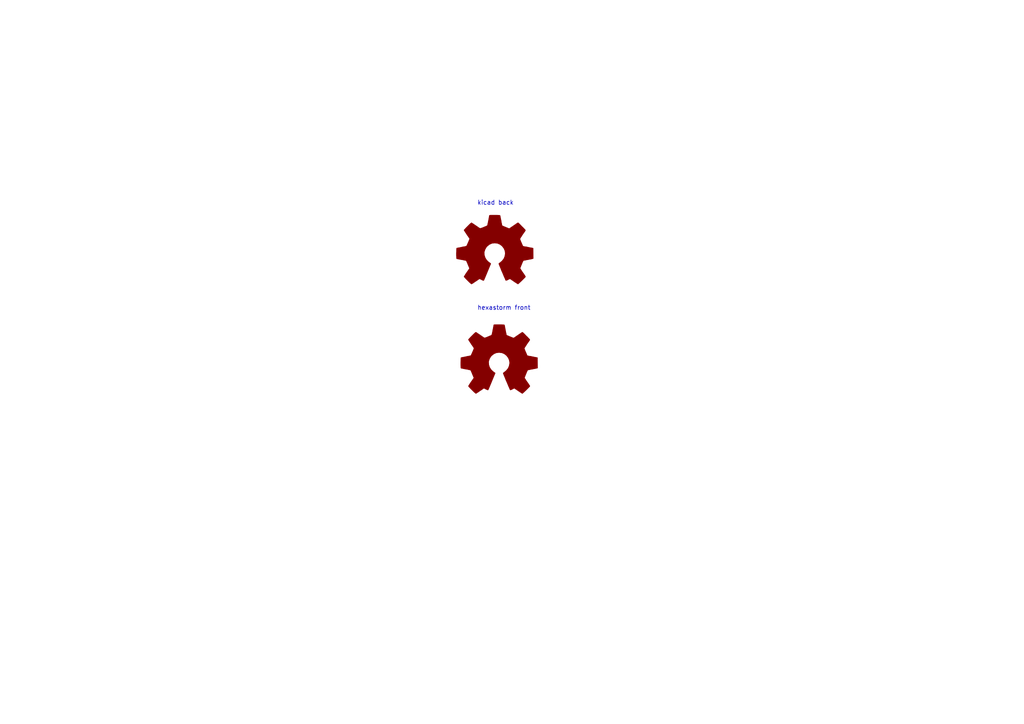
<source format=kicad_sch>
(kicad_sch (version 20230121) (generator eeschema)
  (paper "A4")
  (lib_symbols
    (symbol "Graphic:Logo_Open_Hardware_Large" (pin_names (offset 1.016))
      (symbol "Logo_Open_Hardware_Large_1_1"
        (polyline (pts (xy 6.731 -8.7122) (xy 6.6294 -8.6614) (xy 6.35 -8.4836) (xy 5.9944 -8.255) (xy 5.5372 -7.9502) (xy 5.1054 -7.6454) (xy 4.7498 -7.4168) (xy 4.4958 -7.239) (xy 4.3942 -7.1882) (xy 4.318 -7.2136) (xy 4.1148 -7.3152) (xy 3.81 -7.4676) (xy 3.6322 -7.5692) (xy 3.3528 -7.6708) (xy 3.2258 -7.6962) (xy 3.2004 -7.6708) (xy 3.0988 -7.4676) (xy 2.9464 -7.0866) (xy 2.7178 -6.604) (xy 2.4892 -6.0452) (xy 2.2352 -5.4356) (xy 1.9558 -4.826) (xy 1.7272 -4.2164) (xy 1.4986 -3.683) (xy 1.3208 -3.2512) (xy 1.2192 -2.9464) (xy 1.1684 -2.8194) (xy 1.1938 -2.794) (xy 1.3208 -2.667) (xy 1.5748 -2.4892) (xy 2.0828 -2.0574) (xy 2.6162 -1.397) (xy 2.921 -0.6604) (xy 3.048 0.1524) (xy 2.9464 0.9144) (xy 2.6416 1.6256) (xy 2.1336 2.286) (xy 1.524 2.7686) (xy 0.8128 3.0734) (xy 0 3.175) (xy -0.762 3.0988) (xy -1.4986 2.794) (xy -2.159 2.286) (xy -2.4384 1.9812) (xy -2.8194 1.3208) (xy -3.048 0.6096) (xy -3.0734 0.4318) (xy -3.0226 -0.3556) (xy -2.794 -1.0922) (xy -2.3876 -1.7526) (xy -1.8288 -2.3114) (xy -1.7526 -2.3622) (xy -1.4732 -2.5654) (xy -1.2954 -2.6924) (xy -1.1684 -2.8194) (xy -2.159 -5.207) (xy -2.3114 -5.588) (xy -2.5908 -6.2484) (xy -2.8194 -6.8072) (xy -3.0226 -7.2644) (xy -3.1496 -7.5692) (xy -3.2258 -7.6708) (xy -3.2258 -7.6962) (xy -3.302 -7.6962) (xy -3.4798 -7.6454) (xy -3.8354 -7.4676) (xy -4.0386 -7.366) (xy -4.2926 -7.239) (xy -4.4196 -7.1882) (xy -4.5212 -7.239) (xy -4.7498 -7.3914) (xy -5.1054 -7.6454) (xy -5.5372 -7.9248) (xy -5.9436 -8.2042) (xy -6.3246 -8.4582) (xy -6.604 -8.636) (xy -6.731 -8.7122) (xy -6.7564 -8.7122) (xy -6.858 -8.636) (xy -7.0866 -8.4582) (xy -7.4168 -8.1534) (xy -7.874 -7.6962) (xy -7.9502 -7.62) (xy -8.3312 -7.239) (xy -8.636 -6.9088) (xy -8.8392 -6.6802) (xy -8.9154 -6.5786) (xy -8.9154 -6.5786) (xy -8.8392 -6.4516) (xy -8.6614 -6.1722) (xy -8.4328 -5.7912) (xy -8.128 -5.3594) (xy -7.3152 -4.191) (xy -7.7724 -3.0988) (xy -7.8994 -2.7686) (xy -8.0772 -2.3622) (xy -8.2042 -2.0828) (xy -8.255 -1.9558) (xy -8.382 -1.905) (xy -8.6614 -1.8542) (xy -9.0932 -1.7526) (xy -9.6266 -1.651) (xy -10.1092 -1.5748) (xy -10.541 -1.4732) (xy -10.8712 -1.4224) (xy -11.0236 -1.397) (xy -11.049 -1.3716) (xy -11.0744 -1.2954) (xy -11.0998 -1.143) (xy -11.0998 -0.889) (xy -11.1252 -0.4572) (xy -11.1252 0.1524) (xy -11.1252 0.2286) (xy -11.0998 0.8128) (xy -11.0998 1.27) (xy -11.0744 1.5494) (xy -11.0744 1.6764) (xy -11.0744 1.6764) (xy -10.922 1.7018) (xy -10.6172 1.778) (xy -10.16 1.8542) (xy -9.652 1.9558) (xy -9.6012 1.9812) (xy -9.0932 2.0828) (xy -8.636 2.159) (xy -8.3312 2.2352) (xy -8.2042 2.286) (xy -8.1788 2.3114) (xy -8.0772 2.5146) (xy -7.9248 2.8448) (xy -7.747 3.2512) (xy -7.5692 3.6576) (xy -7.4168 4.0386) (xy -7.3152 4.318) (xy -7.2898 4.445) (xy -7.2898 4.445) (xy -7.366 4.572) (xy -7.5438 4.826) (xy -7.7978 5.207) (xy -8.128 5.6642) (xy -8.128 5.6896) (xy -8.4328 6.1468) (xy -8.6868 6.5278) (xy -8.8392 6.7818) (xy -8.9154 6.9088) (xy -8.9154 6.9088) (xy -8.8138 7.0358) (xy -8.5852 7.2898) (xy -8.255 7.6454) (xy -7.874 8.0264) (xy -7.747 8.1534) (xy -7.3152 8.5852) (xy -7.0104 8.8646) (xy -6.8326 8.9916) (xy -6.731 9.0424) (xy -6.731 9.0424) (xy -6.604 8.9408) (xy -6.3246 8.763) (xy -5.9436 8.509) (xy -5.4864 8.2042) (xy -5.461 8.1788) (xy -5.0038 7.874) (xy -4.6482 7.62) (xy -4.3688 7.4422) (xy -4.2672 7.3914) (xy -4.2418 7.3914) (xy -4.064 7.4422) (xy -3.7338 7.5438) (xy -3.3528 7.6962) (xy -2.9464 7.874) (xy -2.5654 8.0264) (xy -2.286 8.1534) (xy -2.159 8.2296) (xy -2.159 8.2296) (xy -2.1082 8.382) (xy -2.032 8.7122) (xy -1.9304 9.1694) (xy -1.8288 9.7282) (xy -1.8034 9.8044) (xy -1.7018 10.3378) (xy -1.6256 10.7696) (xy -1.5748 11.0744) (xy -1.524 11.2014) (xy -1.4478 11.2268) (xy -1.1938 11.2522) (xy -0.8128 11.2522) (xy -0.3302 11.2522) (xy 0.1524 11.2522) (xy 0.6604 11.2522) (xy 1.0668 11.2268) (xy 1.3716 11.2014) (xy 1.4986 11.176) (xy 1.4986 11.176) (xy 1.5494 11.0236) (xy 1.6256 10.6934) (xy 1.7018 10.2108) (xy 1.8288 9.6774) (xy 1.8288 9.5758) (xy 1.9304 9.0424) (xy 2.032 8.6106) (xy 2.0828 8.3058) (xy 2.1336 8.2042) (xy 2.159 8.1788) (xy 2.3876 8.0772) (xy 2.7432 7.9248) (xy 3.175 7.747) (xy 4.191 7.3406) (xy 5.461 8.2042) (xy 5.5626 8.2804) (xy 6.0198 8.5852) (xy 6.3754 8.8392) (xy 6.6294 8.9916) (xy 6.7564 9.0424) (xy 6.7564 9.0424) (xy 6.8834 8.9408) (xy 7.1374 8.7122) (xy 7.4676 8.382) (xy 7.8486 7.9756) (xy 8.1534 7.6962) (xy 8.4836 7.3406) (xy 8.7122 7.112) (xy 8.8392 6.9596) (xy 8.8646 6.858) (xy 8.8646 6.8072) (xy 8.7884 6.6802) (xy 8.6106 6.4008) (xy 8.3312 6.0198) (xy 8.0264 5.588) (xy 7.7978 5.207) (xy 7.5184 4.8006) (xy 7.3406 4.4958) (xy 7.2898 4.3434) (xy 7.2898 4.2926) (xy 7.3914 4.0386) (xy 7.5184 3.683) (xy 7.7216 3.2258) (xy 8.1534 2.2352) (xy 8.7884 2.1082) (xy 9.1948 2.0574) (xy 9.7536 1.9304) (xy 10.2616 1.8288) (xy 11.0998 1.6764) (xy 11.1252 -1.3208) (xy 10.9982 -1.3716) (xy 10.8712 -1.397) (xy 10.5664 -1.4732) (xy 10.1346 -1.5494) (xy 9.6266 -1.651) (xy 9.1948 -1.7272) (xy 8.7376 -1.8288) (xy 8.4328 -1.8796) (xy 8.2804 -1.905) (xy 8.255 -1.9558) (xy 8.1534 -2.159) (xy 7.9756 -2.5146) (xy 7.8232 -2.921) (xy 7.6454 -3.3274) (xy 7.493 -3.7338) (xy 7.366 -4.0132) (xy 7.3406 -4.191) (xy 7.3914 -4.2926) (xy 7.5692 -4.5466) (xy 7.7978 -4.9276) (xy 8.1026 -5.3594) (xy 8.4074 -5.7912) (xy 8.6614 -6.1722) (xy 8.8138 -6.4262) (xy 8.89 -6.5532) (xy 8.8646 -6.6548) (xy 8.6868 -6.858) (xy 8.3566 -7.1882) (xy 7.874 -7.6708) (xy 7.7978 -7.747) (xy 7.3914 -8.128) (xy 7.0612 -8.4328) (xy 6.8326 -8.636) (xy 6.731 -8.7122)) (fill (type outline)))
      )
    )
  )
  (text "hexastorm front" (at 138.43 90.17 0) (effects (font (size 1.27 1.27)) (justify left bottom)))
  (text "kicad back" (at 138.43 59.69 0) (effects (font (size 1.27 1.27)) (justify left bottom)))
  (symbol (lib_id "Graphic:Logo_Open_Hardware_Large") (at 144.78 105.41 0) (unit 1)
    (property "Reference" "L1" (effects hide))
    (property "Value" "Logo_Open_Hardware_Large" (effects hide))
    (property "Footprint" "footprints:hexastorm" (effects hide))
  )
  (symbol (lib_id "Graphic:Logo_Open_Hardware_Large") (at 143.51 73.66 0) (unit 1)
    (property "Reference" "L2" (effects hide))
    (property "Value" "Logo_Open_Hardware_Large" (effects hide))
    (property "Footprint" "footprints:hexastorm" (effects hide))
  )
)
</source>
